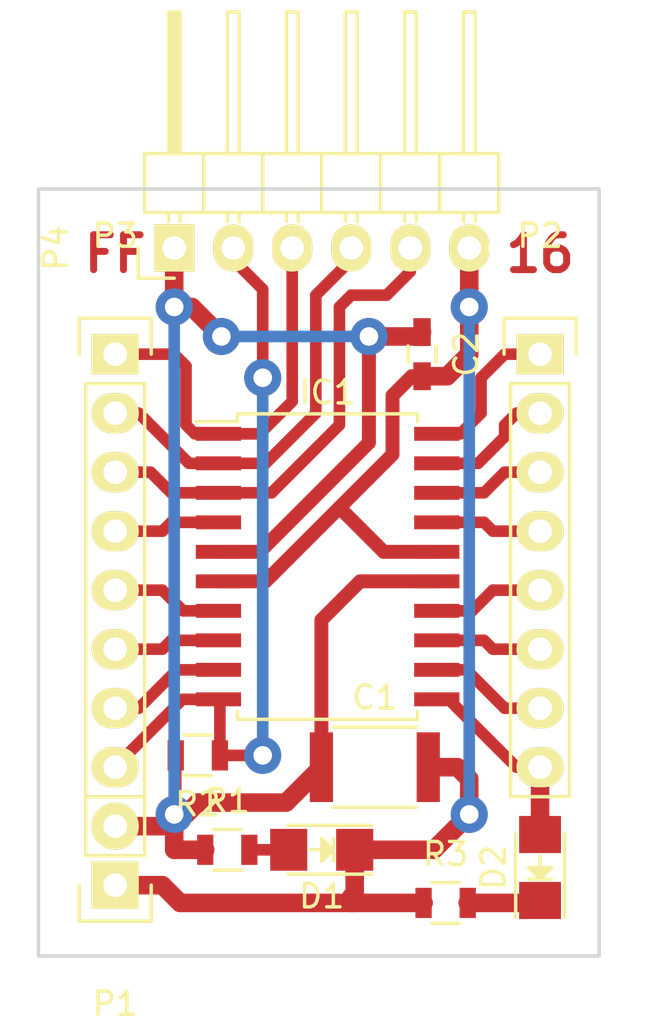
<source format=kicad_pcb>

(kicad_pcb
  (version 4)
  (host pcbnew 4.0.2-4+6225~38~ubuntu14.04.1-stable)
  (general
    (links 38)
    (no_connects 0)
    (area 34.722999 28.118999 59.003001 61.289001)
    (thickness 1.6)
    (drawings 6)
    (tracks 146)
    (zones 0)
    (modules 12)
    (nets 21))
  (page A4)
  (layers
    (0 F.Cu signal)
    (31 B.Cu signal)
    (32 B.Adhes user)
    (33 F.Adhes user)
    (34 B.Paste user)
    (35 F.Paste user)
    (36 B.SilkS user)
    (37 F.SilkS user)
    (38 B.Mask user)
    (39 F.Mask user)
    (40 Dwgs.User user)
    (41 Cmts.User user)
    (42 Eco1.User user)
    (43 Eco2.User user)
    (44 Edge.Cuts user)
    (45 Margin user)
    (46 B.CrtYd user)
    (47 F.CrtYd user)
    (48 B.Fab user)
    (49 F.Fab user))
  (setup
    (last_trace_width 0.6)
    (trace_clearance 0.2)
    (zone_clearance 0.508)
    (zone_45_only no)
    (trace_min 0.2)
    (segment_width 0.2)
    (edge_width 0.15)
    (via_size 1.6)
    (via_drill 0.8)
    (via_min_size 0.4)
    (via_min_drill 0.3)
    (uvia_size 0.3)
    (uvia_drill 0.1)
    (uvias_allowed no)
    (uvia_min_size 0.2)
    (uvia_min_drill 0.1)
    (pcb_text_width 0.3)
    (pcb_text_size 1.5 1.5)
    (mod_edge_width 0.15)
    (mod_text_size 1 1)
    (mod_text_width 0.15)
    (pad_size 1.524 1.524)
    (pad_drill 0.762)
    (pad_to_mask_clearance 0.2)
    (aux_axis_origin 0 0)
    (visible_elements FFFFFF7F)
    (pcbplotparams
      (layerselection 0x00000_00000001)
      (usegerberextensions false)
      (excludeedgelayer false)
      (linewidth 0.3)
      (plotframeref false)
      (viasonmask false)
      (mode 1)
      (useauxorigin false)
      (hpglpennumber 1)
      (hpglpenspeed 20)
      (hpglpendiameter 15)
      (hpglpenoverlay 2)
      (psnegative true)
      (psa4output false)
      (plotreference true)
      (plotvalue true)
      (plotinvisibletext false)
      (padsonsilk false)
      (subtractmaskfromsilk false)
      (outputformat 5)
      (mirror true)
      (drillshape 1)
      (scaleselection 1)
      (outputdirectory "")))
  (net 0 "")
  (net 1 VCC)
  (net 2 GND)
  (net 3 "Net-(D1-Pad2)")
  (net 4 "Net-(D2-Pad2)")
  (net 5 "Net-(IC1-Pad1)")
  (net 6 "Net-(IC1-Pad2)")
  (net 7 "Net-(IC1-Pad3)")
  (net 8 "Net-(IC1-Pad4)")
  (net 9 "Net-(IC1-Pad7)")
  (net 10 "Net-(IC1-Pad8)")
  (net 11 "Net-(IC1-Pad9)")
  (net 12 "Net-(IC1-Pad10)")
  (net 13 "Net-(IC1-Pad12)")
  (net 14 "Net-(IC1-Pad13)")
  (net 15 "Net-(IC1-Pad14)")
  (net 16 "Net-(IC1-Pad17)")
  (net 17 "Net-(IC1-Pad18)")
  (net 18 "Net-(IC1-Pad19)")
  (net 19 "Net-(IC1-Pad20)")
  (net 20 "Net-(D2-Pad1)")
  (net_class Default "This is the default net class."
    (clearance 0.2)
    (trace_width 0.6)
    (via_dia 1.6)
    (via_drill 0.8)
    (uvia_dia 0.3)
    (uvia_drill 0.1)
    (add_net GND)
    (add_net "Net-(D1-Pad2)")
    (add_net "Net-(D2-Pad1)")
    (add_net "Net-(D2-Pad2)")
    (add_net "Net-(IC1-Pad1)")
    (add_net "Net-(IC1-Pad10)")
    (add_net "Net-(IC1-Pad12)")
    (add_net "Net-(IC1-Pad13)")
    (add_net "Net-(IC1-Pad14)")
    (add_net "Net-(IC1-Pad17)")
    (add_net "Net-(IC1-Pad18)")
    (add_net "Net-(IC1-Pad19)")
    (add_net "Net-(IC1-Pad2)")
    (add_net "Net-(IC1-Pad20)")
    (add_net "Net-(IC1-Pad3)")
    (add_net "Net-(IC1-Pad4)")
    (add_net "Net-(IC1-Pad7)")
    (add_net "Net-(IC1-Pad8)")
    (add_net "Net-(IC1-Pad9)")
    (add_net VCC))
  (module Housings_SOIC:SOIC-20_7.5x12.8mm_Pitch1.27mm
    (layer F.Cu)
    (tedit 54130A77)
    (tstamp 573647FF)
    (at 47.244 44.45)
    (descr "20-Lead Plastic Small Outline (SO) - Wide, 7.50 mm Body [SOIC] (see Microchip Packaging Specification 00000049BS.pdf)")
    (tags "SOIC 1.27")
    (path /5735F493)
    (attr smd)
    (fp_text reference IC1
      (at 0 -7.5)
      (layer F.SilkS)
      (effects
        (font
          (size 1 1)
          (thickness 0.15))))
    (fp_text value ATTINY461-P
      (at 0 7.5)
      (layer F.Fab)
      (effects
        (font
          (size 1 1)
          (thickness 0.15))))
    (fp_line
      (start -5.95 -6.75)
      (end -5.95 6.75)
      (layer F.CrtYd)
      (width 0.05))
    (fp_line
      (start 5.95 -6.75)
      (end 5.95 6.75)
      (layer F.CrtYd)
      (width 0.05))
    (fp_line
      (start -5.95 -6.75)
      (end 5.95 -6.75)
      (layer F.CrtYd)
      (width 0.05))
    (fp_line
      (start -5.95 6.75)
      (end 5.95 6.75)
      (layer F.CrtYd)
      (width 0.05))
    (fp_line
      (start -3.875 -6.575)
      (end -3.875 -6.24)
      (layer F.SilkS)
      (width 0.15))
    (fp_line
      (start 3.875 -6.575)
      (end 3.875 -6.24)
      (layer F.SilkS)
      (width 0.15))
    (fp_line
      (start 3.875 6.575)
      (end 3.875 6.24)
      (layer F.SilkS)
      (width 0.15))
    (fp_line
      (start -3.875 6.575)
      (end -3.875 6.24)
      (layer F.SilkS)
      (width 0.15))
    (fp_line
      (start -3.875 -6.575)
      (end 3.875 -6.575)
      (layer F.SilkS)
      (width 0.15))
    (fp_line
      (start -3.875 6.575)
      (end 3.875 6.575)
      (layer F.SilkS)
      (width 0.15))
    (fp_line
      (start -3.875 -6.24)
      (end -5.675 -6.24)
      (layer F.SilkS)
      (width 0.15))
    (pad 1 smd rect
      (at -4.7 -5.715)
      (size 1.95 0.6)
      (layers F.Cu F.Paste F.Mask)
      (net 5 "Net-(IC1-Pad1)"))
    (pad 2 smd rect
      (at -4.7 -4.445)
      (size 1.95 0.6)
      (layers F.Cu F.Paste F.Mask)
      (net 6 "Net-(IC1-Pad2)"))
    (pad 3 smd rect
      (at -4.7 -3.175)
      (size 1.95 0.6)
      (layers F.Cu F.Paste F.Mask)
      (net 7 "Net-(IC1-Pad3)"))
    (pad 4 smd rect
      (at -4.7 -1.905)
      (size 1.95 0.6)
      (layers F.Cu F.Paste F.Mask)
      (net 8 "Net-(IC1-Pad4)"))
    (pad 5 smd rect
      (at -4.7 -0.635)
      (size 1.95 0.6)
      (layers F.Cu F.Paste F.Mask)
      (net 1 VCC))
    (pad 6 smd rect
      (at -4.7 0.635)
      (size 1.95 0.6)
      (layers F.Cu F.Paste F.Mask)
      (net 2 GND))
    (pad 7 smd rect
      (at -4.7 1.905)
      (size 1.95 0.6)
      (layers F.Cu F.Paste F.Mask)
      (net 9 "Net-(IC1-Pad7)"))
    (pad 8 smd rect
      (at -4.7 3.175)
      (size 1.95 0.6)
      (layers F.Cu F.Paste F.Mask)
      (net 10 "Net-(IC1-Pad8)"))
    (pad 9 smd rect
      (at -4.7 4.445)
      (size 1.95 0.6)
      (layers F.Cu F.Paste F.Mask)
      (net 11 "Net-(IC1-Pad9)"))
    (pad 10 smd rect
      (at -4.7 5.715)
      (size 1.95 0.6)
      (layers F.Cu F.Paste F.Mask)
      (net 12 "Net-(IC1-Pad10)"))
    (pad 11 smd rect
      (at 4.7 5.715)
      (size 1.95 0.6)
      (layers F.Cu F.Paste F.Mask)
      (net 4 "Net-(D2-Pad2)"))
    (pad 12 smd rect
      (at 4.7 4.445)
      (size 1.95 0.6)
      (layers F.Cu F.Paste F.Mask)
      (net 13 "Net-(IC1-Pad12)"))
    (pad 13 smd rect
      (at 4.7 3.175)
      (size 1.95 0.6)
      (layers F.Cu F.Paste F.Mask)
      (net 14 "Net-(IC1-Pad13)"))
    (pad 14 smd rect
      (at 4.7 1.905)
      (size 1.95 0.6)
      (layers F.Cu F.Paste F.Mask)
      (net 15 "Net-(IC1-Pad14)"))
    (pad 15 smd rect
      (at 4.7 0.635)
      (size 1.95 0.6)
      (layers F.Cu F.Paste F.Mask)
      (net 1 VCC))
    (pad 16 smd rect
      (at 4.7 -0.635)
      (size 1.95 0.6)
      (layers F.Cu F.Paste F.Mask)
      (net 2 GND))
    (pad 17 smd rect
      (at 4.7 -1.905)
      (size 1.95 0.6)
      (layers F.Cu F.Paste F.Mask)
      (net 16 "Net-(IC1-Pad17)"))
    (pad 18 smd rect
      (at 4.7 -3.175)
      (size 1.95 0.6)
      (layers F.Cu F.Paste F.Mask)
      (net 17 "Net-(IC1-Pad18)"))
    (pad 19 smd rect
      (at 4.7 -4.445)
      (size 1.95 0.6)
      (layers F.Cu F.Paste F.Mask)
      (net 18 "Net-(IC1-Pad19)"))
    (pad 20 smd rect
      (at 4.7 -5.715)
      (size 1.95 0.6)
      (layers F.Cu F.Paste F.Mask)
      (net 19 "Net-(IC1-Pad20)"))
    (model Housings_SOIC.3dshapes/SOIC-20_7.5x12.8mm_Pitch1.27mm.wrl
      (at
        (xyz 0 0 0))
      (scale
        (xyz 1 1 1))
      (rotate
        (xyz 0 0 0))))
  (module Pin_Headers:Pin_Header_Straight_1x08
    (layer F.Cu)
    (tedit 0)
    (tstamp 5736481D)
    (at 38.1 35.306)
    (descr "Through hole pin header")
    (tags "pin header")
    (path /57362D30)
    (fp_text reference P3
      (at 0 -5.1)
      (layer F.SilkS)
      (effects
        (font
          (size 1 1)
          (thickness 0.15))))
    (fp_text value CONN_01X08
      (at 0 -3.1)
      (layer F.Fab)
      (effects
        (font
          (size 1 1)
          (thickness 0.15))))
    (fp_line
      (start -1.75 -1.75)
      (end -1.75 19.55)
      (layer F.CrtYd)
      (width 0.05))
    (fp_line
      (start 1.75 -1.75)
      (end 1.75 19.55)
      (layer F.CrtYd)
      (width 0.05))
    (fp_line
      (start -1.75 -1.75)
      (end 1.75 -1.75)
      (layer F.CrtYd)
      (width 0.05))
    (fp_line
      (start -1.75 19.55)
      (end 1.75 19.55)
      (layer F.CrtYd)
      (width 0.05))
    (fp_line
      (start 1.27 1.27)
      (end 1.27 19.05)
      (layer F.SilkS)
      (width 0.15))
    (fp_line
      (start 1.27 19.05)
      (end -1.27 19.05)
      (layer F.SilkS)
      (width 0.15))
    (fp_line
      (start -1.27 19.05)
      (end -1.27 1.27)
      (layer F.SilkS)
      (width 0.15))
    (fp_line
      (start 1.55 -1.55)
      (end 1.55 0)
      (layer F.SilkS)
      (width 0.15))
    (fp_line
      (start 1.27 1.27)
      (end -1.27 1.27)
      (layer F.SilkS)
      (width 0.15))
    (fp_line
      (start -1.55 0)
      (end -1.55 -1.55)
      (layer F.SilkS)
      (width 0.15))
    (fp_line
      (start -1.55 -1.55)
      (end 1.55 -1.55)
      (layer F.SilkS)
      (width 0.15))
    (pad 1 thru_hole rect
      (at 0 0)
      (size 2.032 1.7272)
      (drill 1.016)
      (layers *.Cu *.Mask F.SilkS)
      (net 5 "Net-(IC1-Pad1)"))
    (pad 2 thru_hole oval
      (at 0 2.54)
      (size 2.032 1.7272)
      (drill 1.016)
      (layers *.Cu *.Mask F.SilkS)
      (net 6 "Net-(IC1-Pad2)"))
    (pad 3 thru_hole oval
      (at 0 5.08)
      (size 2.032 1.7272)
      (drill 1.016)
      (layers *.Cu *.Mask F.SilkS)
      (net 7 "Net-(IC1-Pad3)"))
    (pad 4 thru_hole oval
      (at 0 7.62)
      (size 2.032 1.7272)
      (drill 1.016)
      (layers *.Cu *.Mask F.SilkS)
      (net 8 "Net-(IC1-Pad4)"))
    (pad 5 thru_hole oval
      (at 0 10.16)
      (size 2.032 1.7272)
      (drill 1.016)
      (layers *.Cu *.Mask F.SilkS)
      (net 9 "Net-(IC1-Pad7)"))
    (pad 6 thru_hole oval
      (at 0 12.7)
      (size 2.032 1.7272)
      (drill 1.016)
      (layers *.Cu *.Mask F.SilkS)
      (net 10 "Net-(IC1-Pad8)"))
    (pad 7 thru_hole oval
      (at 0 15.24)
      (size 2.032 1.7272)
      (drill 1.016)
      (layers *.Cu *.Mask F.SilkS)
      (net 11 "Net-(IC1-Pad9)"))
    (pad 8 thru_hole oval
      (at 0 17.78)
      (size 2.032 1.7272)
      (drill 1.016)
      (layers *.Cu *.Mask F.SilkS)
      (net 12 "Net-(IC1-Pad10)"))
    (model Pin_Headers.3dshapes/Pin_Header_Straight_1x08.wrl
      (at
        (xyz 0 -0.35 0))
      (scale
        (xyz 1 1 1))
      (rotate
        (xyz 0 0 90))))
  (module Capacitors_SMD:C_1812
    (layer F.Cu)
    (tedit 5415D8C7)
    (tstamp 573647D5)
    (at 49.276 53.086)
    (descr "Capacitor SMD 1812, reflow soldering, AVX (see smccp.pdf)")
    (tags "capacitor 1812")
    (path /57363AC3)
    (attr smd)
    (fp_text reference C1
      (at 0 -3)
      (layer F.SilkS)
      (effects
        (font
          (size 1 1)
          (thickness 0.15))))
    (fp_text value 10uF
      (at 0 3)
      (layer F.Fab)
      (effects
        (font
          (size 1 1)
          (thickness 0.15))))
    (fp_line
      (start -3.1 -1.85)
      (end 3.1 -1.85)
      (layer F.CrtYd)
      (width 0.05))
    (fp_line
      (start -3.1 1.85)
      (end 3.1 1.85)
      (layer F.CrtYd)
      (width 0.05))
    (fp_line
      (start -3.1 -1.85)
      (end -3.1 1.85)
      (layer F.CrtYd)
      (width 0.05))
    (fp_line
      (start 3.1 -1.85)
      (end 3.1 1.85)
      (layer F.CrtYd)
      (width 0.05))
    (fp_line
      (start 1.8 -1.725)
      (end -1.8 -1.725)
      (layer F.SilkS)
      (width 0.15))
    (fp_line
      (start -1.8 1.725)
      (end 1.8 1.725)
      (layer F.SilkS)
      (width 0.15))
    (pad 1 smd rect
      (at -2.3 0)
      (size 1 3)
      (layers F.Cu F.Paste F.Mask)
      (net 1 VCC))
    (pad 2 smd rect
      (at 2.3 0)
      (size 1 3)
      (layers F.Cu F.Paste F.Mask)
      (net 2 GND))
    (model Capacitors_SMD.3dshapes/C_1812.wrl
      (at
        (xyz 0 0 0))
      (scale
        (xyz 1 1 1))
      (rotate
        (xyz 0 0 0))))
  (module Capacitors_SMD:C_0603_HandSoldering
    (layer F.Cu)
    (tedit 541A9B4D)
    (tstamp 573647DB)
    (at 51.308 35.306 270)
    (descr "Capacitor SMD 0603, hand soldering")
    (tags "capacitor 0603")
    (path /5736083B)
    (attr smd)
    (fp_text reference C2
      (at 0 -1.9 270)
      (layer F.SilkS)
      (effects
        (font
          (size 1 1)
          (thickness 0.15))))
    (fp_text value 100nF
      (at 0 1.9 270)
      (layer F.Fab)
      (effects
        (font
          (size 1 1)
          (thickness 0.15))))
    (fp_line
      (start -1.85 -0.75)
      (end 1.85 -0.75)
      (layer F.CrtYd)
      (width 0.05))
    (fp_line
      (start -1.85 0.75)
      (end 1.85 0.75)
      (layer F.CrtYd)
      (width 0.05))
    (fp_line
      (start -1.85 -0.75)
      (end -1.85 0.75)
      (layer F.CrtYd)
      (width 0.05))
    (fp_line
      (start 1.85 -0.75)
      (end 1.85 0.75)
      (layer F.CrtYd)
      (width 0.05))
    (fp_line
      (start -0.35 -0.6)
      (end 0.35 -0.6)
      (layer F.SilkS)
      (width 0.15))
    (fp_line
      (start 0.35 0.6)
      (end -0.35 0.6)
      (layer F.SilkS)
      (width 0.15))
    (pad 1 smd rect
      (at -0.95 0 270)
      (size 1.2 0.75)
      (layers F.Cu F.Paste F.Mask)
      (net 1 VCC))
    (pad 2 smd rect
      (at 0.95 0 270)
      (size 1.2 0.75)
      (layers F.Cu F.Paste F.Mask)
      (net 2 GND))
    (model Capacitors_SMD.3dshapes/C_0603_HandSoldering.wrl
      (at
        (xyz 0 0 0))
      (scale
        (xyz 1 1 1))
      (rotate
        (xyz 0 0 0))))
  (module LEDs:LED_1206
    (layer F.Cu)
    (tedit 55BDE2E8)
    (tstamp 5736470.0)
    (at 46.99 56.642 180)
    (descr "LED 1206 smd package")
    (tags "LED1206 SMD")
    (path /573625DD)
    (attr smd)
    (fp_text reference D1
      (at 0 -2 180)
      (layer F.SilkS)
      (effects
        (font
          (size 1 1)
          (thickness 0.15))))
    (fp_text value LED
      (at 0 2 180)
      (layer F.Fab)
      (effects
        (font
          (size 1 1)
          (thickness 0.15))))
    (fp_line
      (start -2.15 1.05)
      (end 1.45 1.05)
      (layer F.SilkS)
      (width 0.15))
    (fp_line
      (start -2.15 -1.05)
      (end 1.45 -1.05)
      (layer F.SilkS)
      (width 0.15))
    (fp_line
      (start -0.1 -0.3)
      (end -0.1 0.3)
      (layer F.SilkS)
      (width 0.15))
    (fp_line
      (start -0.1 0.3)
      (end -0.4 0)
      (layer F.SilkS)
      (width 0.15))
    (fp_line
      (start -0.4 0)
      (end -0.2 -0.2)
      (layer F.SilkS)
      (width 0.15))
    (fp_line
      (start -0.2 -0.2)
      (end -0.2 0.05)
      (layer F.SilkS)
      (width 0.15))
    (fp_line
      (start -0.2 0.05)
      (end -0.25 0)
      (layer F.SilkS)
      (width 0.15))
    (fp_line
      (start -0.5 -0.5)
      (end -0.5 0.5)
      (layer F.SilkS)
      (width 0.15))
    (fp_line
      (start 0 0)
      (end 0.5 0)
      (layer F.SilkS)
      (width 0.15))
    (fp_line
      (start -0.5 0)
      (end 0 -0.5)
      (layer F.SilkS)
      (width 0.15))
    (fp_line
      (start 0 -0.5)
      (end 0 0.5)
      (layer F.SilkS)
      (width 0.15))
    (fp_line
      (start 0 0.5)
      (end -0.5 0)
      (layer F.SilkS)
      (width 0.15))
    (fp_line
      (start 2.5 -1.25)
      (end -2.5 -1.25)
      (layer F.CrtYd)
      (width 0.05))
    (fp_line
      (start -2.5 -1.25)
      (end -2.5 1.25)
      (layer F.CrtYd)
      (width 0.05))
    (fp_line
      (start -2.5 1.25)
      (end 2.5 1.25)
      (layer F.CrtYd)
      (width 0.05))
    (fp_line
      (start 2.5 1.25)
      (end 2.5 -1.25)
      (layer F.CrtYd)
      (width 0.05))
    (pad 2 smd rect
      (at 1.41986 0)
      (size 1.59766 1.80086)
      (layers F.Cu F.Paste F.Mask)
      (net 3 "Net-(D1-Pad2)"))
    (pad 1 smd rect
      (at -1.41986 0)
      (size 1.59766 1.80086)
      (layers F.Cu F.Paste F.Mask)
      (net 2 GND))
    (model LEDs.3dshapes/LED_1206.wrl
      (at
        (xyz 0 0 0))
      (scale
        (xyz 1 1 1))
      (rotate
        (xyz 0 0 180))))
  (module LEDs:LED_1206
    (layer F.Cu)
    (tedit 55BDE2E8)
    (tstamp 5736470000000.0)
    (at 56.388 57.404 90)
    (descr "LED 1206 smd package")
    (tags "LED1206 SMD")
    (path /57363635)
    (attr smd)
    (fp_text reference D2
      (at 0 -2 90)
      (layer F.SilkS)
      (effects
        (font
          (size 1 1)
          (thickness 0.15))))
    (fp_text value LED
      (at 0 2 90)
      (layer F.Fab)
      (effects
        (font
          (size 1 1)
          (thickness 0.15))))
    (fp_line
      (start -2.15 1.05)
      (end 1.45 1.05)
      (layer F.SilkS)
      (width 0.15))
    (fp_line
      (start -2.15 -1.05)
      (end 1.45 -1.05)
      (layer F.SilkS)
      (width 0.15))
    (fp_line
      (start -0.1 -0.3)
      (end -0.1 0.3)
      (layer F.SilkS)
      (width 0.15))
    (fp_line
      (start -0.1 0.3)
      (end -0.4 0)
      (layer F.SilkS)
      (width 0.15))
    (fp_line
      (start -0.4 0)
      (end -0.2 -0.2)
      (layer F.SilkS)
      (width 0.15))
    (fp_line
      (start -0.2 -0.2)
      (end -0.2 0.05)
      (layer F.SilkS)
      (width 0.15))
    (fp_line
      (start -0.2 0.05)
      (end -0.25 0)
      (layer F.SilkS)
      (width 0.15))
    (fp_line
      (start -0.5 -0.5)
      (end -0.5 0.5)
      (layer F.SilkS)
      (width 0.15))
    (fp_line
      (start 0 0)
      (end 0.5 0)
      (layer F.SilkS)
      (width 0.15))
    (fp_line
      (start -0.5 0)
      (end 0 -0.5)
      (layer F.SilkS)
      (width 0.15))
    (fp_line
      (start 0 -0.5)
      (end 0 0.5)
      (layer F.SilkS)
      (width 0.15))
    (fp_line
      (start 0 0.5)
      (end -0.5 0)
      (layer F.SilkS)
      (width 0.15))
    (fp_line
      (start 2.5 -1.25)
      (end -2.5 -1.25)
      (layer F.CrtYd)
      (width 0.05))
    (fp_line
      (start -2.5 -1.25)
      (end -2.5 1.25)
      (layer F.CrtYd)
      (width 0.05))
    (fp_line
      (start -2.5 1.25)
      (end 2.5 1.25)
      (layer F.CrtYd)
      (width 0.05))
    (fp_line
      (start 2.5 1.25)
      (end 2.5 -1.25)
      (layer F.CrtYd)
      (width 0.05))
    (pad 2 smd rect
      (at 1.41986 0 270)
      (size 1.59766 1.80086)
      (layers F.Cu F.Paste F.Mask)
      (net 4 "Net-(D2-Pad2)"))
    (pad 1 smd rect
      (at -1.41986 0 270)
      (size 1.59766 1.80086)
      (layers F.Cu F.Paste F.Mask)
      (net 20 "Net-(D2-Pad1)"))
    (model LEDs.3dshapes/LED_1206.wrl
      (at
        (xyz 0 0 0))
      (scale
        (xyz 1 1 1))
      (rotate
        (xyz 0 0 180))))
  (module Pin_Headers:Pin_Header_Straight_1x02
    (layer F.Cu)
    (tedit 54EA090C)
    (tstamp 57364805)
    (at 38.1 58.166 180)
    (descr "Through hole pin header")
    (tags "pin header")
    (path /57363116)
    (fp_text reference P1
      (at 0 -5.1 180)
      (layer F.SilkS)
      (effects
        (font
          (size 1 1)
          (thickness 0.15))))
    (fp_text value CONN_01X02
      (at 0 -3.1 180)
      (layer F.Fab)
      (effects
        (font
          (size 1 1)
          (thickness 0.15))))
    (fp_line
      (start 1.27 1.27)
      (end 1.27 3.81)
      (layer F.SilkS)
      (width 0.15))
    (fp_line
      (start 1.55 -1.55)
      (end 1.55 0)
      (layer F.SilkS)
      (width 0.15))
    (fp_line
      (start -1.75 -1.75)
      (end -1.75 4.3)
      (layer F.CrtYd)
      (width 0.05))
    (fp_line
      (start 1.75 -1.75)
      (end 1.75 4.3)
      (layer F.CrtYd)
      (width 0.05))
    (fp_line
      (start -1.75 -1.75)
      (end 1.75 -1.75)
      (layer F.CrtYd)
      (width 0.05))
    (fp_line
      (start -1.75 4.3)
      (end 1.75 4.3)
      (layer F.CrtYd)
      (width 0.05))
    (fp_line
      (start 1.27 1.27)
      (end -1.27 1.27)
      (layer F.SilkS)
      (width 0.15))
    (fp_line
      (start -1.55 0)
      (end -1.55 -1.55)
      (layer F.SilkS)
      (width 0.15))
    (fp_line
      (start -1.55 -1.55)
      (end 1.55 -1.55)
      (layer F.SilkS)
      (width 0.15))
    (fp_line
      (start -1.27 1.27)
      (end -1.27 3.81)
      (layer F.SilkS)
      (width 0.15))
    (fp_line
      (start -1.27 3.81)
      (end 1.27 3.81)
      (layer F.SilkS)
      (width 0.15))
    (pad 1 thru_hole rect
      (at 0 0 180)
      (size 2.032 2.032)
      (drill 1.016)
      (layers *.Cu *.Mask F.SilkS)
      (net 2 GND))
    (pad 2 thru_hole oval
      (at 0 2.54 180)
      (size 2.032 2.032)
      (drill 1.016)
      (layers *.Cu *.Mask F.SilkS)
      (net 1 VCC))
    (model Pin_Headers.3dshapes/Pin_Header_Straight_1x02.wrl
      (at
        (xyz 0 -0.05 0))
      (scale
        (xyz 1 1 1))
      (rotate
        (xyz 0 0 90))))
  (module Pin_Headers:Pin_Header_Straight_1x08
    (layer F.Cu)
    (tedit 0)
    (tstamp 57364811)
    (at 56.388 35.306)
    (descr "Through hole pin header")
    (tags "pin header")
    (path /57362C79)
    (fp_text reference P2
      (at 0 -5.1)
      (layer F.SilkS)
      (effects
        (font
          (size 1 1)
          (thickness 0.15))))
    (fp_text value CONN_01X08
      (at 0 -3.1)
      (layer F.Fab)
      (effects
        (font
          (size 1 1)
          (thickness 0.15))))
    (fp_line
      (start -1.75 -1.75)
      (end -1.75 19.55)
      (layer F.CrtYd)
      (width 0.05))
    (fp_line
      (start 1.75 -1.75)
      (end 1.75 19.55)
      (layer F.CrtYd)
      (width 0.05))
    (fp_line
      (start -1.75 -1.75)
      (end 1.75 -1.75)
      (layer F.CrtYd)
      (width 0.05))
    (fp_line
      (start -1.75 19.55)
      (end 1.75 19.55)
      (layer F.CrtYd)
      (width 0.05))
    (fp_line
      (start 1.27 1.27)
      (end 1.27 19.05)
      (layer F.SilkS)
      (width 0.15))
    (fp_line
      (start 1.27 19.05)
      (end -1.27 19.05)
      (layer F.SilkS)
      (width 0.15))
    (fp_line
      (start -1.27 19.05)
      (end -1.27 1.27)
      (layer F.SilkS)
      (width 0.15))
    (fp_line
      (start 1.55 -1.55)
      (end 1.55 0)
      (layer F.SilkS)
      (width 0.15))
    (fp_line
      (start 1.27 1.27)
      (end -1.27 1.27)
      (layer F.SilkS)
      (width 0.15))
    (fp_line
      (start -1.55 0)
      (end -1.55 -1.55)
      (layer F.SilkS)
      (width 0.15))
    (fp_line
      (start -1.55 -1.55)
      (end 1.55 -1.55)
      (layer F.SilkS)
      (width 0.15))
    (pad 1 thru_hole rect
      (at 0 0)
      (size 2.032 1.7272)
      (drill 1.016)
      (layers *.Cu *.Mask F.SilkS)
      (net 19 "Net-(IC1-Pad20)"))
    (pad 2 thru_hole oval
      (at 0 2.54)
      (size 2.032 1.7272)
      (drill 1.016)
      (layers *.Cu *.Mask F.SilkS)
      (net 18 "Net-(IC1-Pad19)"))
    (pad 3 thru_hole oval
      (at 0 5.08)
      (size 2.032 1.7272)
      (drill 1.016)
      (layers *.Cu *.Mask F.SilkS)
      (net 17 "Net-(IC1-Pad18)"))
    (pad 4 thru_hole oval
      (at 0 7.62)
      (size 2.032 1.7272)
      (drill 1.016)
      (layers *.Cu *.Mask F.SilkS)
      (net 16 "Net-(IC1-Pad17)"))
    (pad 5 thru_hole oval
      (at 0 10.16)
      (size 2.032 1.7272)
      (drill 1.016)
      (layers *.Cu *.Mask F.SilkS)
      (net 15 "Net-(IC1-Pad14)"))
    (pad 6 thru_hole oval
      (at 0 12.7)
      (size 2.032 1.7272)
      (drill 1.016)
      (layers *.Cu *.Mask F.SilkS)
      (net 14 "Net-(IC1-Pad13)"))
    (pad 7 thru_hole oval
      (at 0 15.24)
      (size 2.032 1.7272)
      (drill 1.016)
      (layers *.Cu *.Mask F.SilkS)
      (net 13 "Net-(IC1-Pad12)"))
    (pad 8 thru_hole oval
      (at 0 17.78)
      (size 2.032 1.7272)
      (drill 1.016)
      (layers *.Cu *.Mask F.SilkS)
      (net 4 "Net-(D2-Pad2)"))
    (model Pin_Headers.3dshapes/Pin_Header_Straight_1x08.wrl
      (at
        (xyz 0 -0.35 0))
      (scale
        (xyz 1 1 1))
      (rotate
        (xyz 0 0 90))))
  (module Pin_Headers:Pin_Header_Angled_1x06
    (layer F.Cu)
    (tedit 0)
    (tstamp 57364827)
    (at 40.64 30.734 90)
    (descr "Through hole pin header")
    (tags "pin header")
    (path /57362759)
    (fp_text reference P4
      (at 0 -5.1 90)
      (layer F.SilkS)
      (effects
        (font
          (size 1 1)
          (thickness 0.15))))
    (fp_text value CONN_01X06
      (at 0 -3.1 90)
      (layer F.Fab)
      (effects
        (font
          (size 1 1)
          (thickness 0.15))))
    (fp_line
      (start -1.5 -1.75)
      (end -1.5 14.45)
      (layer F.CrtYd)
      (width 0.05))
    (fp_line
      (start 10.65 -1.75)
      (end 10.65 14.45)
      (layer F.CrtYd)
      (width 0.05))
    (fp_line
      (start -1.5 -1.75)
      (end 10.65 -1.75)
      (layer F.CrtYd)
      (width 0.05))
    (fp_line
      (start -1.5 14.45)
      (end 10.65 14.45)
      (layer F.CrtYd)
      (width 0.05))
    (fp_line
      (start -1.3 -1.55)
      (end -1.3 0)
      (layer F.SilkS)
      (width 0.15))
    (fp_line
      (start 0 -1.55)
      (end -1.3 -1.55)
      (layer F.SilkS)
      (width 0.15))
    (fp_line
      (start 4.191 -0.127)
      (end 10.033 -0.127)
      (layer F.SilkS)
      (width 0.15))
    (fp_line
      (start 10.033 -0.127)
      (end 10.033 0.127)
      (layer F.SilkS)
      (width 0.15))
    (fp_line
      (start 10.033 0.127)
      (end 4.191 0.127)
      (layer F.SilkS)
      (width 0.15))
    (fp_line
      (start 4.191 0.127)
      (end 4.191 0)
      (layer F.SilkS)
      (width 0.15))
    (fp_line
      (start 4.191 0)
      (end 10.033 0)
      (layer F.SilkS)
      (width 0.15))
    (fp_line
      (start 1.524 -0.254)
      (end 1.143 -0.254)
      (layer F.SilkS)
      (width 0.15))
    (fp_line
      (start 1.524 0.254)
      (end 1.143 0.254)
      (layer F.SilkS)
      (width 0.15))
    (fp_line
      (start 1.524 2.286)
      (end 1.143 2.286)
      (layer F.SilkS)
      (width 0.15))
    (fp_line
      (start 1.524 2.794)
      (end 1.143 2.794)
      (layer F.SilkS)
      (width 0.15))
    (fp_line
      (start 1.524 4.826)
      (end 1.143 4.826)
      (layer F.SilkS)
      (width 0.15))
    (fp_line
      (start 1.524 5.334)
      (end 1.143 5.334)
      (layer F.SilkS)
      (width 0.15))
    (fp_line
      (start 1.524 12.954)
      (end 1.143 12.954)
      (layer F.SilkS)
      (width 0.15))
    (fp_line
      (start 1.524 12.446)
      (end 1.143 12.446)
      (layer F.SilkS)
      (width 0.15))
    (fp_line
      (start 1.524 10.414)
      (end 1.143 10.414)
      (layer F.SilkS)
      (width 0.15))
    (fp_line
      (start 1.524 9.906)
      (end 1.143 9.906)
      (layer F.SilkS)
      (width 0.15))
    (fp_line
      (start 1.524 7.874)
      (end 1.143 7.874)
      (layer F.SilkS)
      (width 0.15))
    (fp_line
      (start 1.524 7.366)
      (end 1.143 7.366)
      (layer F.SilkS)
      (width 0.15))
    (fp_line
      (start 1.524 -1.27)
      (end 4.064 -1.27)
      (layer F.SilkS)
      (width 0.15))
    (fp_line
      (start 1.524 1.27)
      (end 4.064 1.27)
      (layer F.SilkS)
      (width 0.15))
    (fp_line
      (start 1.524 1.27)
      (end 1.524 3.81)
      (layer F.SilkS)
      (width 0.15))
    (fp_line
      (start 1.524 3.81)
      (end 4.064 3.81)
      (layer F.SilkS)
      (width 0.15))
    (fp_line
      (start 4.064 2.286)
      (end 10.16 2.286)
      (layer F.SilkS)
      (width 0.15))
    (fp_line
      (start 10.16 2.286)
      (end 10.16 2.794)
      (layer F.SilkS)
      (width 0.15))
    (fp_line
      (start 10.16 2.794)
      (end 4.064 2.794)
      (layer F.SilkS)
      (width 0.15))
    (fp_line
      (start 4.064 3.81)
      (end 4.064 1.27)
      (layer F.SilkS)
      (width 0.15))
    (fp_line
      (start 4.064 1.27)
      (end 4.064 -1.27)
      (layer F.SilkS)
      (width 0.15))
    (fp_line
      (start 10.16 0.254)
      (end 4.064 0.254)
      (layer F.SilkS)
      (width 0.15))
    (fp_line
      (start 10.16 -0.254)
      (end 10.16 0.254)
      (layer F.SilkS)
      (width 0.15))
    (fp_line
      (start 4.064 -0.254)
      (end 10.16 -0.254)
      (layer F.SilkS)
      (width 0.15))
    (fp_line
      (start 1.524 1.27)
      (end 4.064 1.27)
      (layer F.SilkS)
      (width 0.15))
    (fp_line
      (start 1.524 -1.27)
      (end 1.524 1.27)
      (layer F.SilkS)
      (width 0.15))
    (fp_line
      (start 1.524 8.89)
      (end 4.064 8.89)
      (layer F.SilkS)
      (width 0.15))
    (fp_line
      (start 1.524 8.89)
      (end 1.524 11.43)
      (layer F.SilkS)
      (width 0.15))
    (fp_line
      (start 1.524 11.43)
      (end 4.064 11.43)
      (layer F.SilkS)
      (width 0.15))
    (fp_line
      (start 4.064 9.906)
      (end 10.16 9.906)
      (layer F.SilkS)
      (width 0.15))
    (fp_line
      (start 10.16 9.906)
      (end 10.16 10.414)
      (layer F.SilkS)
      (width 0.15))
    (fp_line
      (start 10.16 10.414)
      (end 4.064 10.414)
      (layer F.SilkS)
      (width 0.15))
    (fp_line
      (start 4.064 11.43)
      (end 4.064 8.89)
      (layer F.SilkS)
      (width 0.15))
    (fp_line
      (start 4.064 13.97)
      (end 4.064 11.43)
      (layer F.SilkS)
      (width 0.15))
    (fp_line
      (start 10.16 12.954)
      (end 4.064 12.954)
      (layer F.SilkS)
      (width 0.15))
    (fp_line
      (start 10.16 12.446)
      (end 10.16 12.954)
      (layer F.SilkS)
      (width 0.15))
    (fp_line
      (start 4.064 12.446)
      (end 10.16 12.446)
      (layer F.SilkS)
      (width 0.15))
    (fp_line
      (start 1.524 13.97)
      (end 4.064 13.97)
      (layer F.SilkS)
      (width 0.15))
    (fp_line
      (start 1.524 11.43)
      (end 1.524 13.97)
      (layer F.SilkS)
      (width 0.15))
    (fp_line
      (start 1.524 11.43)
      (end 4.064 11.43)
      (layer F.SilkS)
      (width 0.15))
    (fp_line
      (start 1.524 6.35)
      (end 4.064 6.35)
      (layer F.SilkS)
      (width 0.15))
    (fp_line
      (start 1.524 6.35)
      (end 1.524 8.89)
      (layer F.SilkS)
      (width 0.15))
    (fp_line
      (start 1.524 8.89)
      (end 4.064 8.89)
      (layer F.SilkS)
      (width 0.15))
    (fp_line
      (start 4.064 7.366)
      (end 10.16 7.366)
      (layer F.SilkS)
      (width 0.15))
    (fp_line
      (start 10.16 7.366)
      (end 10.16 7.874)
      (layer F.SilkS)
      (width 0.15))
    (fp_line
      (start 10.16 7.874)
      (end 4.064 7.874)
      (layer F.SilkS)
      (width 0.15))
    (fp_line
      (start 4.064 8.89)
      (end 4.064 6.35)
      (layer F.SilkS)
      (width 0.15))
    (fp_line
      (start 4.064 6.35)
      (end 4.064 3.81)
      (layer F.SilkS)
      (width 0.15))
    (fp_line
      (start 10.16 5.334)
      (end 4.064 5.334)
      (layer F.SilkS)
      (width 0.15))
    (fp_line
      (start 10.16 4.826)
      (end 10.16 5.334)
      (layer F.SilkS)
      (width 0.15))
    (fp_line
      (start 4.064 4.826)
      (end 10.16 4.826)
      (layer F.SilkS)
      (width 0.15))
    (fp_line
      (start 1.524 6.35)
      (end 4.064 6.35)
      (layer F.SilkS)
      (width 0.15))
    (fp_line
      (start 1.524 3.81)
      (end 1.524 6.35)
      (layer F.SilkS)
      (width 0.15))
    (fp_line
      (start 1.524 3.81)
      (end 4.064 3.81)
      (layer F.SilkS)
      (width 0.15))
    (pad 1 thru_hole rect
      (at 0 0 90)
      (size 2.032 1.7272)
      (drill 1.016)
      (layers *.Cu *.Mask F.SilkS)
      (net 1 VCC))
    (pad 2 thru_hole oval
      (at 0 2.54 90)
      (size 2.032 1.7272)
      (drill 1.016)
      (layers *.Cu *.Mask F.SilkS)
      (net 12 "Net-(IC1-Pad10)"))
    (pad 3 thru_hole oval
      (at 0 5.08 90)
      (size 2.032 1.7272)
      (drill 1.016)
      (layers *.Cu *.Mask F.SilkS)
      (net 5 "Net-(IC1-Pad1)"))
    (pad 4 thru_hole oval
      (at 0 7.62 90)
      (size 2.032 1.7272)
      (drill 1.016)
      (layers *.Cu *.Mask F.SilkS)
      (net 6 "Net-(IC1-Pad2)"))
    (pad 5 thru_hole oval
      (at 0 10.16 90)
      (size 2.032 1.7272)
      (drill 1.016)
      (layers *.Cu *.Mask F.SilkS)
      (net 7 "Net-(IC1-Pad3)"))
    (pad 6 thru_hole oval
      (at 0 12.7 90)
      (size 2.032 1.7272)
      (drill 1.016)
      (layers *.Cu *.Mask F.SilkS)
      (net 2 GND))
    (model Pin_Headers.3dshapes/Pin_Header_Angled_1x06.wrl
      (at
        (xyz 0 -0.25 0))
      (scale
        (xyz 1 1 1))
      (rotate
        (xyz 0 0 90))))
  (module Resistors_SMD:R_0805
    (layer F.Cu)
    (tedit 5415CDEB)
    (tstamp 5736482D)
    (at 42.926 56.642)
    (descr "Resistor SMD 0805, reflow soldering, Vishay (see dcrcw.pdf)")
    (tags "resistor 0805")
    (path /573624EA)
    (attr smd)
    (fp_text reference R1
      (at 0 -2.1)
      (layer F.SilkS)
      (effects
        (font
          (size 1 1)
          (thickness 0.15))))
    (fp_text value 1k
      (at 0 2.1)
      (layer F.Fab)
      (effects
        (font
          (size 1 1)
          (thickness 0.15))))
    (fp_line
      (start -1.6 -1)
      (end 1.6 -1)
      (layer F.CrtYd)
      (width 0.05))
    (fp_line
      (start -1.6 1)
      (end 1.6 1)
      (layer F.CrtYd)
      (width 0.05))
    (fp_line
      (start -1.6 -1)
      (end -1.6 1)
      (layer F.CrtYd)
      (width 0.05))
    (fp_line
      (start 1.6 -1)
      (end 1.6 1)
      (layer F.CrtYd)
      (width 0.05))
    (fp_line
      (start 0.6 0.875)
      (end -0.6 0.875)
      (layer F.SilkS)
      (width 0.15))
    (fp_line
      (start -0.6 -0.875)
      (end 0.6 -0.875)
      (layer F.SilkS)
      (width 0.15))
    (pad 1 smd rect
      (at -0.95 0)
      (size 0.7 1.3)
      (layers F.Cu F.Paste F.Mask)
      (net 1 VCC))
    (pad 2 smd rect
      (at 0.95 0)
      (size 0.7 1.3)
      (layers F.Cu F.Paste F.Mask)
      (net 3 "Net-(D1-Pad2)"))
    (model Resistors_SMD.3dshapes/R_0805.wrl
      (at
        (xyz 0 0 0))
      (scale
        (xyz 1 1 1))
      (rotate
        (xyz 0 0 0))))
  (module Resistors_SMD:R_0805
    (layer F.Cu)
    (tedit 5415CDEB)
    (tstamp 57364833)
    (at 41.656 52.578 180)
    (descr "Resistor SMD 0805, reflow soldering, Vishay (see dcrcw.pdf)")
    (tags "resistor 0805")
    (path /57360694)
    (attr smd)
    (fp_text reference R2
      (at 0 -2.1 180)
      (layer F.SilkS)
      (effects
        (font
          (size 1 1)
          (thickness 0.15))))
    (fp_text value R
      (at 0 2.1 180)
      (layer F.Fab)
      (effects
        (font
          (size 1 1)
          (thickness 0.15))))
    (fp_line
      (start -1.6 -1)
      (end 1.6 -1)
      (layer F.CrtYd)
      (width 0.05))
    (fp_line
      (start -1.6 1)
      (end 1.6 1)
      (layer F.CrtYd)
      (width 0.05))
    (fp_line
      (start -1.6 -1)
      (end -1.6 1)
      (layer F.CrtYd)
      (width 0.05))
    (fp_line
      (start 1.6 -1)
      (end 1.6 1)
      (layer F.CrtYd)
      (width 0.05))
    (fp_line
      (start 0.6 0.875)
      (end -0.6 0.875)
      (layer F.SilkS)
      (width 0.15))
    (fp_line
      (start -0.6 -0.875)
      (end 0.6 -0.875)
      (layer F.SilkS)
      (width 0.15))
    (pad 1 smd rect
      (at -0.95 0 180)
      (size 0.7 1.3)
      (layers F.Cu F.Paste F.Mask)
      (net 12 "Net-(IC1-Pad10)"))
    (pad 2 smd rect
      (at 0.95 0 180)
      (size 0.7 1.3)
      (layers F.Cu F.Paste F.Mask)
      (net 1 VCC))
    (model Resistors_SMD.3dshapes/R_0805.wrl
      (at
        (xyz 0 0 0))
      (scale
        (xyz 1 1 1))
      (rotate
        (xyz 0 0 0))))
  (module Resistors_SMD:R_0805
    (layer F.Cu)
    (tedit 5415CDEB)
    (tstamp 57364839)
    (at 52.324 58.928)
    (descr "Resistor SMD 0805, reflow soldering, Vishay (see dcrcw.pdf)")
    (tags "resistor 0805")
    (path /573635DC)
    (attr smd)
    (fp_text reference R3
      (at 0 -2.1)
      (layer F.SilkS)
      (effects
        (font
          (size 1 1)
          (thickness 0.15))))
    (fp_text value 1k
      (at 0 2.1)
      (layer F.Fab)
      (effects
        (font
          (size 1 1)
          (thickness 0.15))))
    (fp_line
      (start -1.6 -1)
      (end 1.6 -1)
      (layer F.CrtYd)
      (width 0.05))
    (fp_line
      (start -1.6 1)
      (end 1.6 1)
      (layer F.CrtYd)
      (width 0.05))
    (fp_line
      (start -1.6 -1)
      (end -1.6 1)
      (layer F.CrtYd)
      (width 0.05))
    (fp_line
      (start 1.6 -1)
      (end 1.6 1)
      (layer F.CrtYd)
      (width 0.05))
    (fp_line
      (start 0.6 0.875)
      (end -0.6 0.875)
      (layer F.SilkS)
      (width 0.15))
    (fp_line
      (start -0.6 -0.875)
      (end 0.6 -0.875)
      (layer F.SilkS)
      (width 0.15))
    (pad 1 smd rect
      (at -0.95 0)
      (size 0.7 1.3)
      (layers F.Cu F.Paste F.Mask)
      (net 2 GND))
    (pad 2 smd rect
      (at 0.95 0)
      (size 0.7 1.3)
      (layers F.Cu F.Paste F.Mask)
      (net 20 "Net-(D2-Pad1)"))
    (model Resistors_SMD.3dshapes/R_0805.wrl
      (at
        (xyz 0 0 0))
      (scale
        (xyz 1 1 1))
      (rotate
        (xyz 0 0 0))))
  (gr_text 16
    (at 56.388 30.988)
    (layer F.Cu)
    (effects
      (font
        (size 1.5 1.5)
        (thickness 0.3))))
  (gr_text FF
    (at 38.1 30.988)
    (layer F.Cu)
    (effects
      (font
        (size 1.5 1.5)
        (thickness 0.3))))
  (gr_line
    (start 34.798 61.214)
    (end 34.798 28.194)
    (angle 90)
    (layer Edge.Cuts)
    (width 0.15))
  (gr_line
    (start 58.928 61.214)
    (end 34.798 61.214)
    (angle 90)
    (layer Edge.Cuts)
    (width 0.15))
  (gr_line
    (start 58.928 28.194)
    (end 58.928 61.214)
    (angle 90)
    (layer Edge.Cuts)
    (width 0.15))
  (gr_line
    (start 34.798 28.194)
    (end 58.928 28.194)
    (angle 90)
    (layer Edge.Cuts)
    (width 0.15))
  (segment
    (start 49.022 34.544)
    (end 51.12 34.544)
    (width 0.8)
    (layer F.Cu)
    (net 1))
  (segment
    (start 51.12 34.544)
    (end 51.308 34.356)
    (width 0.8)
    (layer F.Cu)
    (net 1)
    (tstamp 573661D0))
  (segment
    (start 40.64 33.274)
    (end 41.402 33.274)
    (width 0.8)
    (layer F.Cu)
    (net 1))
  (segment
    (start 42.672 34.544)
    (end 49.022 34.544)
    (width 0.5)
    (layer B.Cu)
    (net 1)
    (tstamp 57365436))
  (segment
    (start 41.402 33.274)
    (end 42.672 34.544)
    (width 0.8)
    (layer F.Cu)
    (net 1)
    (tstamp 5736616D))
  (segment
    (start 40.64 30.734)
    (end 40.64 33.274)
    (width 0.8)
    (layer F.Cu)
    (net 1))
  (segment
    (start 40.64 33.274)
    (end 40.64 55.118)
    (width 0.5)
    (layer B.Cu)
    (net 1)
    (tstamp 57364FC0))
  (segment
    (start 42.544 43.815)
    (end 44.323 43.815)
    (width 0.6)
    (layer F.Cu)
    (net 1))
  (segment
    (start 49.022 39.116)
    (end 49.022 38.862)
    (width 0.6)
    (layer F.Cu)
    (net 1)
    (tstamp 57366111))
  (segment
    (start 44.323 43.815)
    (end 49.022 39.116)
    (width 0.6)
    (layer F.Cu)
    (net 1)
    (tstamp 5736610D))
  (segment
    (start 49.022 38.862)
    (end 49.022 34.544)
    (width 0.6)
    (layer F.Cu)
    (net 1)
    (tstamp 573660F7))
  (segment
    (start 51.944 45.085)
    (end 48.641 45.085)
    (width 0.6)
    (layer F.Cu)
    (net 1))
  (segment
    (start 46.976 46.75)
    (end 46.976 53.086)
    (width 0.6)
    (layer F.Cu)
    (net 1)
    (tstamp 573660000.0))
  (segment
    (start 48.641 45.085)
    (end 46.976 46.75)
    (width 0.6)
    (layer F.Cu)
    (net 1)
    (tstamp 573660DF))
  (segment
    (start 40.706 52.578)
    (end 40.706 55.052)
    (width 0.5)
    (layer F.Cu)
    (net 1))
  (segment
    (start 40.706 55.052)
    (end 40.64 55.118)
    (width 0.5)
    (layer F.Cu)
    (net 1)
    (tstamp 57365FB6))
  (segment
    (start 40.64 55.118)
    (end 41.148 55.118)
    (width 0.8)
    (layer F.Cu)
    (net 1))
  (segment
    (start 45.452 54.61)
    (end 46.976 53.086)
    (width 0.8)
    (layer F.Cu)
    (net 1)
    (tstamp 57365F9F))
  (segment
    (start 41.656 54.61)
    (end 45.452 54.61)
    (width 0.8)
    (layer F.Cu)
    (net 1)
    (tstamp 57365F99))
  (segment
    (start 41.148 55.118)
    (end 41.656 54.61)
    (width 0.8)
    (layer F.Cu)
    (net 1)
    (tstamp 57365F97))
  (segment
    (start 41.976 56.642)
    (end 40.64 56.642)
    (width 0.8)
    (layer F.Cu)
    (net 1))
  (segment
    (start 40.64 56.642)
    (end 40.64 55.118)
    (width 0.8)
    (layer F.Cu)
    (net 1)
    (tstamp 57365F86))
  (segment
    (start 38.1 55.626)
    (end 40.132 55.626)
    (width 0.8)
    (layer F.Cu)
    (net 1))
  (segment
    (start 40.132 55.626)
    (end 40.64 55.118)
    (width 0.8)
    (layer F.Cu)
    (net 1)
    (tstamp 57365F7A))
  (segment
    (start 51.12 34.544)
    (end 51.308 34.356)
    (width 0.5)
    (layer F.Cu)
    (net 1)
    (tstamp 573654AC))
  (segment
    (start 49.022 37.338)
    (end 49.022 38.862)
    (width 0.5)
    (layer F.Cu)
    (net 1)
    (tstamp 5736543D))
  (segment
    (start 49.022 34.544)
    (end 49.022 37.338)
    (width 0.5)
    (layer F.Cu)
    (net 1)
    (tstamp 5736543C))
  (segment
    (start 51.944 43.815)
    (end 49.657 43.815)
    (width 0.6)
    (layer F.Cu)
    (net 2))
  (segment
    (start 49.657 43.815)
    (end 47.752 41.91)
    (width 0.6)
    (layer F.Cu)
    (net 2)
    (tstamp 57366224))
  (segment
    (start 42.544 45.085)
    (end 44.577 45.085)
    (width 0.6)
    (layer F.Cu)
    (net 2))
  (segment
    (start 50.866 36.256)
    (end 51.308 36.256)
    (width 0.6)
    (layer F.Cu)
    (net 2)
    (tstamp 57366213))
  (segment
    (start 50.038 37.084)
    (end 50.866 36.256)
    (width 0.6)
    (layer F.Cu)
    (net 2)
    (tstamp 57366210))
  (segment
    (start 50.038 39.624)
    (end 50.038 37.084)
    (width 0.6)
    (layer F.Cu)
    (net 2)
    (tstamp 5736620A))
  (segment
    (start 44.577 45.085)
    (end 47.752 41.91)
    (width 0.6)
    (layer F.Cu)
    (net 2)
    (tstamp 57366207))
  (segment
    (start 47.752 41.91)
    (end 50.038 39.624)
    (width 0.6)
    (layer F.Cu)
    (net 2)
    (tstamp 5736622F))
  (segment
    (start 53.34 33.274)
    (end 53.34 30.734)
    (width 0.8)
    (layer F.Cu)
    (net 2))
  (segment
    (start 53.34 33.274)
    (end 53.34 35.306)
    (width 0.8)
    (layer F.Cu)
    (net 2))
  (segment
    (start 53.34 55.118)
    (end 53.34 33.274)
    (width 0.5)
    (layer B.Cu)
    (net 2)
    (tstamp 5736500000.0))
  (segment
    (start 52.39 36.256)
    (end 51.308 36.256)
    (width 0.8)
    (layer F.Cu)
    (net 2)
    (tstamp 573661BB))
  (segment
    (start 53.34 35.306)
    (end 52.39 36.256)
    (width 0.8)
    (layer F.Cu)
    (net 2)
    (tstamp 573661B5))
  (segment
    (start 53.34 55.118)
    (end 53.34 53.594)
    (width 0.8)
    (layer F.Cu)
    (net 2))
  (segment
    (start 52.832 53.086)
    (end 51.576 53.086)
    (width 0.8)
    (layer F.Cu)
    (net 2)
    (tstamp 57365F29))
  (segment
    (start 53.34 53.594)
    (end 52.832 53.086)
    (width 0.8)
    (layer F.Cu)
    (net 2)
    (tstamp 57365F27))
  (segment
    (start 48.40986 56.642)
    (end 51.816 56.642)
    (width 0.8)
    (layer F.Cu)
    (net 2))
  (segment
    (start 51.816 56.642)
    (end 53.34 55.118)
    (width 0.8)
    (layer F.Cu)
    (net 2)
    (tstamp 57365F18))
  (segment
    (start 48.40986 56.642)
    (end 48.40986 58.928)
    (width 0.8)
    (layer F.Cu)
    (net 2))
  (segment
    (start 48.26 58.674)
    (end 48.26 58.928)
    (width 0.8)
    (layer F.Cu)
    (net 2)
    (tstamp 57365F14))
  (segment
    (start 48.26 58.77814)
    (end 48.26 58.674)
    (width 0.8)
    (layer F.Cu)
    (net 2)
    (tstamp 57365F13))
  (segment
    (start 48.40986 58.928)
    (end 48.26 58.77814)
    (width 0.8)
    (layer F.Cu)
    (net 2)
    (tstamp 57365F0E))
  (segment
    (start 38.1 58.166)
    (end 40.132 58.166)
    (width 0.8)
    (layer F.Cu)
    (net 2))
  (segment
    (start 40.894 58.928)
    (end 48.26 58.928)
    (width 0.8)
    (layer F.Cu)
    (net 2)
    (tstamp 57365F07))
  (segment
    (start 48.26 58.928)
    (end 51.374 58.928)
    (width 0.8)
    (layer F.Cu)
    (net 2)
    (tstamp 57365F15))
  (segment
    (start 40.132 58.166)
    (end 40.894 58.928)
    (width 0.8)
    (layer F.Cu)
    (net 2)
    (tstamp 57365F00))
  (segment
    (start 51.816 53.326)
    (end 51.576 53.086)
    (width 0.5)
    (layer F.Cu)
    (net 2)
    (tstamp 57365BB8))
  (segment
    (start 51.308 36.256)
    (end 51.308 36.322)
    (width 0.5)
    (layer F.Cu)
    (net 2))
  (segment
    (start 43.876 56.642)
    (end 45.57014 56.642)
    (width 0.5)
    (layer F.Cu)
    (net 3))
  (segment
    (start 56.388 53.086)
    (end 56.388 55.98414)
    (width 0.8)
    (layer F.Cu)
    (net 4))
  (segment
    (start 51.944 50.165)
    (end 52.451 50.165)
    (width 0.5)
    (layer F.Cu)
    (net 4))
  (segment
    (start 52.451 50.165)
    (end 55.372 53.086)
    (width 0.5)
    (layer F.Cu)
    (net 4)
    (tstamp 57365F4C))
  (segment
    (start 55.372 53.086)
    (end 56.388 53.086)
    (width 0.5)
    (layer F.Cu)
    (net 4)
    (tstamp 57365F4E))
  (segment
    (start 42.544 38.735)
    (end 44.323 38.735)
    (width 0.5)
    (layer F.Cu)
    (net 5))
  (segment
    (start 45.72 37.338)
    (end 45.72 30.226)
    (width 0.5)
    (layer F.Cu)
    (net 5)
    (tstamp 57364BA1))
  (segment
    (start 44.323 38.735)
    (end 45.72 37.338)
    (width 0.5)
    (layer F.Cu)
    (net 5)
    (tstamp 57364B99))
  (segment
    (start 42.544 38.735)
    (end 41.529 38.735)
    (width 0.5)
    (layer F.Cu)
    (net 5))
  (segment
    (start 40.64 35.306)
    (end 38.1 35.306)
    (width 0.5)
    (layer F.Cu)
    (net 5)
    (tstamp 57364B50))
  (segment
    (start 41.148 35.814)
    (end 40.64 35.306)
    (width 0.5)
    (layer F.Cu)
    (net 5)
    (tstamp 57364B4F))
  (segment
    (start 41.148 38.354)
    (end 41.148 35.814)
    (width 0.5)
    (layer F.Cu)
    (net 5)
    (tstamp 57364B4E))
  (segment
    (start 41.529 38.735)
    (end 41.148 38.354)
    (width 0.5)
    (layer F.Cu)
    (net 5)
    (tstamp 57364B4B))
  (segment
    (start 48.26 30.226)
    (end 48.26 31.242)
    (width 0.5)
    (layer F.Cu)
    (net 6))
  (segment
    (start 48.26 31.242)
    (end 46.736 32.766)
    (width 0.5)
    (layer F.Cu)
    (net 6)
    (tstamp 57364BA5))
  (segment
    (start 46.736 32.766)
    (end 46.736 37.846)
    (width 0.5)
    (layer F.Cu)
    (net 6)
    (tstamp 57364BA8))
  (segment
    (start 46.736 37.846)
    (end 44.577 40.005)
    (width 0.5)
    (layer F.Cu)
    (net 6)
    (tstamp 57364BAA))
  (segment
    (start 44.577 40.005)
    (end 42.544 40.005)
    (width 0.5)
    (layer F.Cu)
    (net 6)
    (tstamp 57364BAE))
  (segment
    (start 42.544 40.005)
    (end 41.275 40.005)
    (width 0.5)
    (layer F.Cu)
    (net 6))
  (segment
    (start 41.275 40.005)
    (end 39.116 37.846)
    (width 0.5)
    (layer F.Cu)
    (net 6)
    (tstamp 57364A78))
  (segment
    (start 39.116 37.846)
    (end 38.1 37.846)
    (width 0.5)
    (layer F.Cu)
    (net 6)
    (tstamp 57364A7C))
  (segment
    (start 50.8 30.226)
    (end 50.8 31.75)
    (width 0.5)
    (layer F.Cu)
    (net 7))
  (segment
    (start 44.831 41.275)
    (end 42.544 41.275)
    (width 0.5)
    (layer F.Cu)
    (net 7)
    (tstamp 57364C13))
  (segment
    (start 47.752 38.354)
    (end 44.831 41.275)
    (width 0.5)
    (layer F.Cu)
    (net 7)
    (tstamp 57364C0D))
  (segment
    (start 47.752 33.274)
    (end 47.752 38.354)
    (width 0.5)
    (layer F.Cu)
    (net 7)
    (tstamp 57364C0B))
  (segment
    (start 48.26 32.766)
    (end 47.752 33.274)
    (width 0.5)
    (layer F.Cu)
    (net 7)
    (tstamp 57364C08))
  (segment
    (start 49.784 32.766)
    (end 48.26 32.766)
    (width 0.5)
    (layer F.Cu)
    (net 7)
    (tstamp 57364C07))
  (segment
    (start 50.8 31.75)
    (end 49.784 32.766)
    (width 0.5)
    (layer F.Cu)
    (net 7)
    (tstamp 57364C04))
  (segment
    (start 42.544 41.275)
    (end 40.513 41.275)
    (width 0.5)
    (layer F.Cu)
    (net 7))
  (segment
    (start 39.624 40.386)
    (end 38.1 40.386)
    (width 0.5)
    (layer F.Cu)
    (net 7)
    (tstamp 57364A87))
  (segment
    (start 40.513 41.275)
    (end 39.624 40.386)
    (width 0.5)
    (layer F.Cu)
    (net 7)
    (tstamp 57364A81))
  (segment
    (start 42.544 42.545)
    (end 40.513 42.545)
    (width 0.5)
    (layer F.Cu)
    (net 8))
  (segment
    (start 40.132 42.926)
    (end 38.1 42.926)
    (width 0.5)
    (layer F.Cu)
    (net 8)
    (tstamp 57364A8E))
  (segment
    (start 40.513 42.545)
    (end 40.132 42.926)
    (width 0.5)
    (layer F.Cu)
    (net 8)
    (tstamp 57364A8A))
  (segment
    (start 42.544 46.355)
    (end 41.021 46.355)
    (width 0.5)
    (layer F.Cu)
    (net 9))
  (segment
    (start 40.132 45.466)
    (end 38.1 45.466)
    (width 0.5)
    (layer F.Cu)
    (net 9)
    (tstamp 57364A9E))
  (segment
    (start 41.021 46.355)
    (end 40.132 45.466)
    (width 0.5)
    (layer F.Cu)
    (net 9)
    (tstamp 57364A9C))
  (segment
    (start 42.544 47.625)
    (end 40.513 47.625)
    (width 0.5)
    (layer F.Cu)
    (net 10))
  (segment
    (start 40.132 48.006)
    (end 38.1 48.006)
    (width 0.5)
    (layer F.Cu)
    (net 10)
    (tstamp 57364AA2))
  (segment
    (start 40.513 47.625)
    (end 40.132 48.006)
    (width 0.5)
    (layer F.Cu)
    (net 10)
    (tstamp 57364AA1))
  (segment
    (start 42.544 48.895)
    (end 40.767 48.895)
    (width 0.5)
    (layer F.Cu)
    (net 11))
  (segment
    (start 40.767 48.895)
    (end 39.116 50.546)
    (width 0.5)
    (layer F.Cu)
    (net 11)
    (tstamp 57364EE0))
  (segment
    (start 39.116 50.546)
    (end 38.1 50.546)
    (width 0.5)
    (layer F.Cu)
    (net 11)
    (tstamp 57364EE2))
  (segment
    (start 42.606 52.578)
    (end 44.45 52.578)
    (width 0.5)
    (layer F.Cu)
    (net 12))
  (segment
    (start 44.45 32.512)
    (end 43.18 31.242)
    (width 0.5)
    (layer F.Cu)
    (net 12)
    (tstamp 57365389))
  (segment
    (start 44.45 36.322)
    (end 44.45 32.512)
    (width 0.5)
    (layer F.Cu)
    (net 12)
    (tstamp 57365388))
  (segment
    (start 44.45 52.578)
    (end 44.45 36.322)
    (width 0.5)
    (layer B.Cu)
    (net 12)
    (tstamp 57365381))
  (segment
    (start 43.18 31.242)
    (end 43.18 30.734)
    (width 0.5)
    (layer F.Cu)
    (net 12)
    (tstamp 5736538A))
  (segment
    (start 42.606 52.578)
    (end 42.606 50.227)
    (width 0.5)
    (layer F.Cu)
    (net 12))
  (segment
    (start 42.606 50.227)
    (end 42.544 50.165)
    (width 0.5)
    (layer F.Cu)
    (net 12)
    (tstamp 57365033))
  (segment
    (start 42.544 52.516)
    (end 42.606 52.578)
    (width 0.5)
    (layer F.Cu)
    (net 12)
    (tstamp 57365007))
  (segment
    (start 38.1 53.086)
    (end 38.1 53.059952)
    (width 0.5)
    (layer F.Cu)
    (net 12))
  (segment
    (start 38.1 53.059952)
    (end 40.994952 50.165)
    (width 0.5)
    (layer F.Cu)
    (net 12)
    (tstamp 57364ED4))
  (segment
    (start 40.994952 50.165)
    (end 42.544 50.165)
    (width 0.5)
    (layer F.Cu)
    (net 12)
    (tstamp 57364EDB))
  (segment
    (start 42.544 50.165)
    (end 42.037 50.165)
    (width 0.5)
    (layer F.Cu)
    (net 12))
  (segment
    (start 51.944 48.895)
    (end 53.213 48.895)
    (width 0.5)
    (layer F.Cu)
    (net 13))
  (segment
    (start 54.864 50.546)
    (end 56.388 50.546)
    (width 0.5)
    (layer F.Cu)
    (net 13)
    (tstamp 57364B81))
  (segment
    (start 53.213 48.895)
    (end 54.864 50.546)
    (width 0.5)
    (layer F.Cu)
    (net 13)
    (tstamp 57364B80))
  (segment
    (start 51.944 47.625)
    (end 53.975 47.625)
    (width 0.5)
    (layer F.Cu)
    (net 14))
  (segment
    (start 54.356 48.006)
    (end 56.388 48.006)
    (width 0.5)
    (layer F.Cu)
    (net 14)
    (tstamp 57364B7D))
  (segment
    (start 53.975 47.625)
    (end 54.356 48.006)
    (width 0.5)
    (layer F.Cu)
    (net 14)
    (tstamp 57364B7C))
  (segment
    (start 51.944 46.355)
    (end 53.467 46.355)
    (width 0.5)
    (layer F.Cu)
    (net 15))
  (segment
    (start 54.356 45.466)
    (end 56.388 45.466)
    (width 0.5)
    (layer F.Cu)
    (net 15)
    (tstamp 57364B79))
  (segment
    (start 53.467 46.355)
    (end 54.356 45.466)
    (width 0.5)
    (layer F.Cu)
    (net 15)
    (tstamp 57364B77))
  (segment
    (start 51.944 42.545)
    (end 53.975 42.545)
    (width 0.5)
    (layer F.Cu)
    (net 16))
  (segment
    (start 54.356 42.926)
    (end 56.388 42.926)
    (width 0.5)
    (layer F.Cu)
    (net 16)
    (tstamp 57364B73))
  (segment
    (start 53.975 42.545)
    (end 54.356 42.926)
    (width 0.5)
    (layer F.Cu)
    (net 16)
    (tstamp 57364B72))
  (segment
    (start 51.944 41.275)
    (end 53.975 41.275)
    (width 0.5)
    (layer F.Cu)
    (net 17))
  (segment
    (start 54.864 40.386)
    (end 56.388 40.386)
    (width 0.5)
    (layer F.Cu)
    (net 17)
    (tstamp 57364B6F))
  (segment
    (start 53.975 41.275)
    (end 54.864 40.386)
    (width 0.5)
    (layer F.Cu)
    (net 17)
    (tstamp 57364B6C))
  (segment
    (start 51.944 40.005)
    (end 53.721 40.005)
    (width 0.5)
    (layer F.Cu)
    (net 18))
  (segment
    (start 54.864 38.354)
    (end 55.372 37.846)
    (width 0.5)
    (layer F.Cu)
    (net 18)
    (tstamp 57364B67))
  (segment
    (start 54.864 38.862)
    (end 54.864 38.354)
    (width 0.5)
    (layer F.Cu)
    (net 18)
    (tstamp 57364B64))
  (segment
    (start 53.721 40.005)
    (end 54.864 38.862)
    (width 0.5)
    (layer F.Cu)
    (net 18)
    (tstamp 57364B63))
  (segment
    (start 55.372 37.846)
    (end 56.388 37.846)
    (width 0.5)
    (layer F.Cu)
    (net 18)
    (tstamp 57364B69))
  (segment
    (start 51.944 38.735)
    (end 52.959 38.735)
    (width 0.5)
    (layer F.Cu)
    (net 19))
  (segment
    (start 54.864 35.306)
    (end 56.388 35.306)
    (width 0.5)
    (layer F.Cu)
    (net 19)
    (tstamp 57364B60))
  (segment
    (start 53.848 36.322)
    (end 54.864 35.306)
    (width 0.5)
    (layer F.Cu)
    (net 19)
    (tstamp 57364B5D))
  (segment
    (start 53.848 37.846)
    (end 53.848 36.322)
    (width 0.5)
    (layer F.Cu)
    (net 19)
    (tstamp 57364B5B))
  (segment
    (start 52.959 38.735)
    (end 53.848 37.846)
    (width 0.5)
    (layer F.Cu)
    (net 19)
    (tstamp 57364B57))
  (segment
    (start 53.274 58.928)
    (end 56.28386 58.928)
    (width 0.8)
    (layer F.Cu)
    (net 20))
  (segment
    (start 56.28386 58.928)
    (end 56.388 58.82386)
    (width 0.8)
    (layer F.Cu)
    (net 20)
    (tstamp 573660C3))
  (segment
    (start 53.37814 58.82386)
    (end 53.274 58.928)
    (width 0.5)
    (layer F.Cu)
    (net 20)
    (tstamp 57365D34))
  (via
    (at 42.672 34.544)
    (size 1.6)
    (drill 0.8)
    (layers F.Cu B.Cu)
    (net 1))
  (via
    (at 49.022 34.544)
    (size 1.6)
    (drill 0.8)
    (layers F.Cu B.Cu)
    (net 1))
  (via
    (at 40.64 55.118)
    (size 1.6)
    (drill 0.8)
    (layers F.Cu B.Cu)
    (net 1))
  (via
    (at 40.64 33.274)
    (size 1.6)
    (drill 0.8)
    (layers F.Cu B.Cu)
    (net 1))
  (via
    (at 53.34 33.274)
    (size 1.6)
    (drill 0.8)
    (layers F.Cu B.Cu)
    (net 2))
  (via
    (at 53.34 55.118)
    (size 1.6)
    (drill 0.8)
    (layers F.Cu B.Cu)
    (net 2))
  (via
    (at 44.45 36.322)
    (size 1.6)
    (drill 0.8)
    (layers F.Cu B.Cu)
    (net 12))
  (via
    (at 44.45 52.578)
    (size 1.6)
    (drill 0.8)
    (layers F.Cu B.Cu)
    (net 12)))
</source>
